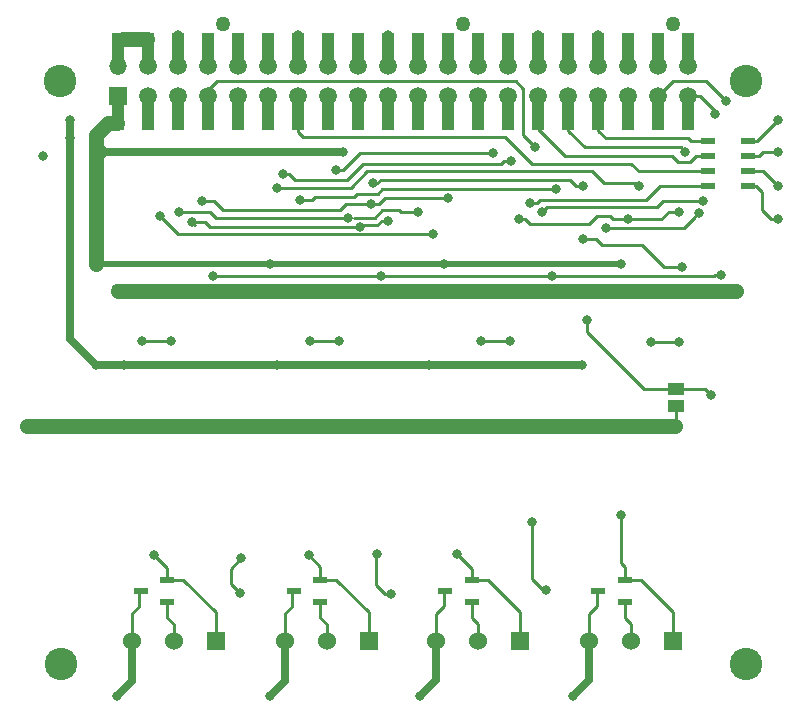
<source format=gbl>
G04 Layer_Physical_Order=2*
G04 Layer_Color=16711680*
%FSLAX25Y25*%
%MOIN*%
G70*
G01*
G75*
%ADD11R,0.05512X0.04331*%
%ADD18C,0.02500*%
%ADD19C,0.01000*%
%ADD21C,0.02000*%
%ADD22C,0.05000*%
%ADD24R,0.06000X0.06000*%
%ADD25C,0.06000*%
%ADD26C,0.10800*%
%ADD27R,0.05905X0.05905*%
%ADD28O,0.05905X0.05905*%
%ADD29C,0.05905*%
%ADD30C,0.03200*%
%ADD31C,0.05000*%
%ADD32R,0.05000X0.02362*%
%ADD33R,0.03925X0.09450*%
%ADD34R,0.04528X0.02362*%
D11*
X486000Y287453D02*
D03*
Y281547D02*
D03*
D18*
X292500Y295500D02*
X302000D01*
X284000Y304000D02*
X292500Y295500D01*
X284000Y304000D02*
Y371000D01*
Y372000D02*
Y377000D01*
X302000Y295500D02*
X454500D01*
X451500Y185000D02*
X457000Y190500D01*
Y203500D01*
X400500Y185000D02*
X406000Y190500D01*
X350500Y185000D02*
X355500Y190000D01*
X299500Y185000D02*
X304500Y190000D01*
X406000Y190500D02*
Y203500D01*
X355500Y190000D02*
Y203500D01*
X304500Y190000D02*
Y203500D01*
X292500Y366500D02*
X375000D01*
D19*
X284000Y371000D02*
Y372000D01*
X475422Y287453D02*
X486000D01*
X456405Y306469D02*
X475422Y287453D01*
X456405Y306469D02*
Y310500D01*
X490500Y363000D02*
X492500Y365000D01*
X496500D01*
X498500Y378500D02*
Y380500D01*
X494000Y385000D02*
X498500Y380500D01*
X490000Y385000D02*
X494000D01*
X480000D02*
X485000Y390000D01*
X496000D02*
X502500Y383500D01*
X485000Y390000D02*
X496000D01*
X499000Y325500D02*
X501000D01*
X498500Y325000D02*
X499000Y325500D01*
X472500Y356000D02*
X473500Y355000D01*
X462000Y356000D02*
X472500D01*
X401000Y339000D02*
X405000D01*
X320000D02*
X401000D01*
X317000Y342000D02*
X320000Y339000D01*
X314000Y345000D02*
X317000Y342000D01*
X517500Y344000D02*
X520000D01*
X514500Y347000D02*
X517500Y344000D01*
X514500Y347000D02*
Y353000D01*
X512500Y355000D02*
X514500Y353000D01*
X510000Y355000D02*
X512500D01*
X515000Y360000D02*
X520000Y355000D01*
X510000Y360000D02*
X515000D01*
Y366500D02*
X520000D01*
X513500Y365000D02*
X515000Y366500D01*
X510000Y365000D02*
X513500D01*
X513000Y370000D02*
X520000Y377000D01*
X510000Y370000D02*
X513000D01*
X490500Y343000D02*
X492250Y344750D01*
X482000Y328000D02*
X488000D01*
X387500Y357000D02*
X450500D01*
X428527Y363500D02*
X431087D01*
X427527Y362500D02*
X428527Y363500D01*
X333077Y325000D02*
X389372D01*
X498500D01*
X389000Y219000D02*
X391000D01*
X495500Y287453D02*
X497500Y285453D01*
X486000Y287453D02*
X495500D01*
X486000Y287453D02*
X486000Y287453D01*
X485953Y281000D02*
X486500Y281547D01*
X485953Y275000D02*
Y281000D01*
X485500Y275000D02*
X485953D01*
X477500Y303000D02*
X487000D01*
X421000Y303500D02*
X430500D01*
X364000D02*
X373500D01*
X308000Y303500D02*
X318500D01*
X337500Y227500D02*
X341000Y231000D01*
X337500Y222370D02*
Y227500D01*
Y222370D02*
X340500Y219370D01*
X386000Y222000D02*
X389000Y219000D01*
X386000Y222000D02*
Y232500D01*
X467500Y229500D02*
Y244500D01*
X441500Y220500D02*
X442500D01*
X438000Y224000D02*
X441500Y220500D01*
X438000Y224000D02*
Y243000D01*
X312000Y232000D02*
X316429Y227571D01*
Y223740D02*
Y227571D01*
X363500Y232000D02*
X367429Y228071D01*
Y223740D02*
Y228071D01*
X413000Y232500D02*
X418000Y227500D01*
X467500Y229500D02*
X469000Y228000D01*
Y223740D02*
Y228000D01*
Y223740D02*
X474260D01*
X418000D02*
Y227500D01*
Y223740D02*
X423260D01*
X457000Y212500D02*
X459500Y215000D01*
X335000Y407500D02*
Y408000D01*
X332500Y203500D02*
Y213000D01*
X321760Y223740D02*
X332500Y213000D01*
X316429Y223740D02*
X321760D01*
X383500Y203500D02*
Y213000D01*
X372760Y223740D02*
X383500Y213000D01*
X367429Y223740D02*
X372760D01*
X434000Y203500D02*
Y213000D01*
X423260Y223740D02*
X434000Y213000D01*
X485000Y203500D02*
Y213000D01*
X474260Y223740D02*
X485000Y213000D01*
X468929Y211071D02*
Y216260D01*
Y211071D02*
X471000Y209000D01*
Y203500D02*
Y209000D01*
X457000Y203500D02*
Y212500D01*
X459500Y215000D02*
Y219429D01*
X460071Y220000D01*
X417929Y211071D02*
Y216260D01*
Y211071D02*
X420000Y209000D01*
Y203500D02*
Y209000D01*
X406000Y203500D02*
Y212500D01*
X408500Y215000D01*
Y219429D01*
X409071Y220000D01*
X367429Y211071D02*
Y216260D01*
Y211071D02*
X369500Y209000D01*
Y203500D02*
Y209000D01*
X355500Y203500D02*
Y212500D01*
X358000Y215000D01*
Y219429D01*
X358571Y220000D01*
X307000Y219429D02*
X307571Y220000D01*
X307000Y215000D02*
Y219429D01*
X304500Y212500D02*
X307000Y215000D01*
X304500Y203500D02*
Y212500D01*
X318500Y203500D02*
Y209000D01*
X316429Y211071D02*
X318500Y209000D01*
X316429Y211071D02*
Y216260D01*
X473500Y360000D02*
X496500D01*
X490000Y371000D02*
X491000Y370000D01*
X496500D01*
X487500Y368000D02*
X489000Y366500D01*
X484500Y365000D02*
X485500Y364000D01*
X486500Y363000D02*
X490500D01*
X485500Y364000D02*
X486500Y363000D01*
X440000Y374000D02*
Y378500D01*
Y374000D02*
X449000Y365000D01*
X484500D01*
X450000Y373500D02*
Y378500D01*
Y373500D02*
X455500Y368000D01*
X487500D01*
X460000Y373500D02*
Y378500D01*
Y373500D02*
X462500Y371000D01*
X490000D01*
X471000Y362500D02*
X473500Y360000D01*
X360000Y373000D02*
Y378500D01*
X488500Y341000D02*
X490500Y343000D01*
X462500Y341000D02*
X488500D01*
X483625Y346500D02*
X487000D01*
X471000Y344000D02*
X479375D01*
X481125D01*
X483625Y346500D01*
X481581Y350000D02*
X495000D01*
X450500Y357000D02*
X452500Y355000D01*
X476000Y334000D02*
X482000Y328000D01*
X461375Y335500D02*
X466125D01*
X450500Y348000D02*
X479581D01*
X481581Y350000D01*
X459375Y337500D02*
X461375Y335500D01*
X455000Y337500D02*
X459375D01*
X466125Y335500D02*
X474500D01*
X476000Y334000D01*
X437234Y342500D02*
X438411D01*
X447625D02*
X452875D01*
X442823Y348000D02*
X450500D01*
X441323Y346500D02*
X442823Y348000D01*
X459500Y345000D02*
X464000D01*
X465000Y344000D01*
X471000D01*
X452500Y355000D02*
X455000D01*
X480500D02*
X496500D01*
X476000Y350500D02*
X480500Y355000D01*
X435734Y344000D02*
X437234Y342500D01*
X433646Y344000D02*
X435734D01*
X443500Y342500D02*
X447625D01*
X438411D02*
X443500D01*
X452875D02*
X457000D01*
X459500Y345000D01*
X330000Y385000D02*
Y387000D01*
X333000Y390000D01*
X432500D01*
X438000Y362500D02*
X471000D01*
X432500Y390000D02*
X435000Y387500D01*
Y372000D02*
Y387500D01*
Y372000D02*
X439000Y368000D01*
X437234Y349500D02*
X439500D01*
X440500Y350500D01*
X476000D01*
X360000Y373000D02*
X361500Y371500D01*
X429000D01*
X438000Y362500D01*
X394144Y346500D02*
X400000D01*
X393644Y347000D02*
X394144Y346500D01*
X386375Y342000D02*
X387875Y343500D01*
X390000D01*
X384254Y349000D02*
X387000D01*
X389000Y351000D01*
X410000D01*
X380000Y342000D02*
X386375D01*
X324500Y343000D02*
X325500Y342000D01*
X378577Y344500D02*
X381500D01*
X385587D01*
X388087Y347000D01*
X393644D01*
X320282Y346500D02*
X330500D01*
X324500Y343000D02*
X329000D01*
X330500Y341500D01*
X380500D01*
X327959Y350000D02*
X331000D01*
X332000D01*
X335000Y347000D01*
X330500Y346500D02*
X332500Y344500D01*
X376577D01*
X335000Y347000D02*
X374000D01*
X376000Y349000D01*
X384254D01*
X458000Y360000D02*
X462000Y356000D01*
X381695Y362500D02*
X427527D01*
X380500Y352500D02*
X386500D01*
X388000Y354000D01*
X446000D01*
X386375Y355875D02*
X387500Y357000D01*
X386179Y356071D02*
X386375Y355875D01*
X385000Y356071D02*
X386179D01*
X383000Y360000D02*
X458000D01*
X383000D02*
X384000D01*
X385500Y366000D02*
X425000D01*
X380500D02*
X385500D01*
X372500Y360500D02*
X375000D01*
X380500Y366000D01*
X359000Y357000D02*
X376195D01*
X381695Y362500D01*
X364000Y354500D02*
X374750D01*
X383000Y360000D02*
X384000D01*
X377500Y354500D02*
X383000Y360000D01*
X374750Y354500D02*
X377500D01*
X357000Y359000D02*
X359000Y357000D01*
X355000Y359000D02*
X357000D01*
X353000Y354500D02*
X364000D01*
X379500Y352500D02*
X380500D01*
X365750Y351500D02*
X372250D01*
X364750Y350500D02*
X365750Y351500D01*
X360500Y350500D02*
X364750D01*
X372250Y351500D02*
X378500D01*
X379500Y352500D01*
X292500Y366500D02*
X293500D01*
X292500Y370500D02*
X296000Y367000D01*
Y366000D02*
Y367000D01*
Y366000D02*
Y366500D01*
X293000Y363000D02*
X296000Y366000D01*
D21*
X292500Y329000D02*
X467500D01*
D22*
X292500D02*
Y370500D01*
X352000Y320000D02*
X506000D01*
X300000D02*
X352000D01*
X269500Y275000D02*
X485500Y275000D01*
X301500Y404000D02*
X309500D01*
X292500Y372000D02*
X296500Y376000D01*
X299500D01*
D24*
X485000Y203500D02*
D03*
X434000D02*
D03*
X383500D02*
D03*
X332500D02*
D03*
D25*
X471000D02*
D03*
X457000D02*
D03*
X420000D02*
D03*
X406000D02*
D03*
X369500D02*
D03*
X355500D02*
D03*
X304500D02*
D03*
X318500D02*
D03*
D26*
X509173Y390000D02*
D03*
X280500D02*
D03*
X509173Y195835D02*
D03*
X280827D02*
D03*
D27*
X300000Y385000D02*
D03*
D28*
Y395000D02*
D03*
D29*
X310000Y385000D02*
D03*
Y395000D02*
D03*
X320000Y385000D02*
D03*
Y395000D02*
D03*
X330000Y385000D02*
D03*
Y395000D02*
D03*
X340000Y385000D02*
D03*
Y395000D02*
D03*
X350000Y385000D02*
D03*
Y395000D02*
D03*
X360000Y385000D02*
D03*
Y395000D02*
D03*
X370000Y385000D02*
D03*
Y395000D02*
D03*
X380000Y385000D02*
D03*
Y395000D02*
D03*
X390000Y385000D02*
D03*
Y395000D02*
D03*
X400000Y385000D02*
D03*
Y395000D02*
D03*
X410000Y385000D02*
D03*
Y395000D02*
D03*
X420000Y385000D02*
D03*
Y395000D02*
D03*
X430000Y385000D02*
D03*
Y395000D02*
D03*
X440000Y385000D02*
D03*
Y395000D02*
D03*
X450000Y385000D02*
D03*
Y395000D02*
D03*
X460000Y385000D02*
D03*
Y395000D02*
D03*
X470000Y385000D02*
D03*
Y395000D02*
D03*
X480000Y385000D02*
D03*
Y395000D02*
D03*
X490000Y385000D02*
D03*
Y395000D02*
D03*
D30*
X284000Y371000D02*
D03*
Y377000D02*
D03*
X456405Y310500D02*
D03*
X489000Y366500D02*
D03*
X499000Y379000D02*
D03*
X502500Y383500D02*
D03*
X320000Y405500D02*
D03*
X360000D02*
D03*
X390000D02*
D03*
X440000D02*
D03*
X460000D02*
D03*
X501000Y325500D02*
D03*
X444500Y325000D02*
D03*
X387500D02*
D03*
X331500D02*
D03*
X473500Y355000D02*
D03*
X405000Y339000D02*
D03*
X314000Y345000D02*
D03*
X520000Y344000D02*
D03*
Y355000D02*
D03*
Y366500D02*
D03*
Y377000D02*
D03*
X495000Y350000D02*
D03*
X493500Y346000D02*
D03*
X487000Y346500D02*
D03*
X488000Y328000D02*
D03*
X431087Y363500D02*
D03*
X446000Y354000D02*
D03*
X425000Y366000D02*
D03*
X324500Y343000D02*
D03*
X320282Y346500D02*
D03*
X408500Y329000D02*
D03*
X350500D02*
D03*
X467500Y319932D02*
D03*
X421500D02*
D03*
X351500D02*
D03*
X506000Y320000D02*
D03*
X449000D02*
D03*
X392000D02*
D03*
X335500D02*
D03*
X434750Y274953D02*
D03*
X467500Y329000D02*
D03*
X292500D02*
D03*
X413000Y232500D02*
D03*
X391000Y219000D02*
D03*
X497500Y285453D02*
D03*
X485500Y275000D02*
D03*
X477500Y303000D02*
D03*
X487000D02*
D03*
X454500Y275000D02*
D03*
X308000Y303500D02*
D03*
X377000Y275000D02*
D03*
X430500Y303500D02*
D03*
X421000D02*
D03*
X373500D02*
D03*
X364000D02*
D03*
X320000Y275000D02*
D03*
X317500Y303500D02*
D03*
X302000Y295500D02*
D03*
Y275000D02*
D03*
X353000D02*
D03*
X403500D02*
D03*
X269500D02*
D03*
X454500Y295500D02*
D03*
X403500Y295370D02*
D03*
X353000Y295500D02*
D03*
X386250Y232500D02*
D03*
X341000Y231000D02*
D03*
X451500Y185000D02*
D03*
X400500D02*
D03*
X350500D02*
D03*
X299500D02*
D03*
X467500Y245500D02*
D03*
X442500Y220500D02*
D03*
X438000Y243000D02*
D03*
X363500Y232000D02*
D03*
X340630Y219500D02*
D03*
X312000Y232000D02*
D03*
X292500Y336000D02*
D03*
X275000Y365000D02*
D03*
X292500Y295500D02*
D03*
X390000Y343500D02*
D03*
X400000Y346500D02*
D03*
X470000Y344000D02*
D03*
X455000Y337500D02*
D03*
X462500Y341000D02*
D03*
X433646Y344000D02*
D03*
X455000Y355000D02*
D03*
X441323Y346500D02*
D03*
X439000Y368000D02*
D03*
X437234Y349500D02*
D03*
X327959Y350000D02*
D03*
X384254Y349000D02*
D03*
X410000Y351000D02*
D03*
X380500Y341500D02*
D03*
X376577Y344500D02*
D03*
X372500Y360500D02*
D03*
X385000Y356071D02*
D03*
X355000Y359000D02*
D03*
X360500Y350500D02*
D03*
X375000Y366500D02*
D03*
X292500D02*
D03*
X353000Y354500D02*
D03*
X292500Y366500D02*
D03*
D31*
X300000Y320000D02*
D03*
X485000Y409000D02*
D03*
X415000D02*
D03*
X335000D02*
D03*
D32*
X496500Y370000D02*
D03*
X510000D02*
D03*
Y365000D02*
D03*
Y360000D02*
D03*
Y355000D02*
D03*
X496500Y365000D02*
D03*
Y360000D02*
D03*
Y355000D02*
D03*
D33*
X450000Y378500D02*
D03*
X390000D02*
D03*
X490000D02*
D03*
X480000D02*
D03*
X470000D02*
D03*
X440000D02*
D03*
X430000D02*
D03*
X410000D02*
D03*
X400000D02*
D03*
X360000D02*
D03*
X370000D02*
D03*
X330000D02*
D03*
X350000D02*
D03*
X310000D02*
D03*
X320000D02*
D03*
X460000D02*
D03*
X420000D02*
D03*
X380000D02*
D03*
X340000D02*
D03*
X300000D02*
D03*
X490000Y401500D02*
D03*
X480000D02*
D03*
X470000D02*
D03*
X460000D02*
D03*
X450000D02*
D03*
X440000D02*
D03*
X430000D02*
D03*
X420000D02*
D03*
X410000D02*
D03*
X400000D02*
D03*
X390000D02*
D03*
X380000D02*
D03*
X360000D02*
D03*
X350000D02*
D03*
X340000D02*
D03*
X330000D02*
D03*
X320000D02*
D03*
X310000D02*
D03*
X370000D02*
D03*
X300000D02*
D03*
D34*
X460071Y220000D02*
D03*
X468929Y216260D02*
D03*
Y223740D02*
D03*
X409071Y220000D02*
D03*
X417929Y216260D02*
D03*
Y223740D02*
D03*
X358571Y220000D02*
D03*
X367429Y216260D02*
D03*
Y223740D02*
D03*
X307571Y220000D02*
D03*
X316429Y216260D02*
D03*
Y223740D02*
D03*
M02*

</source>
